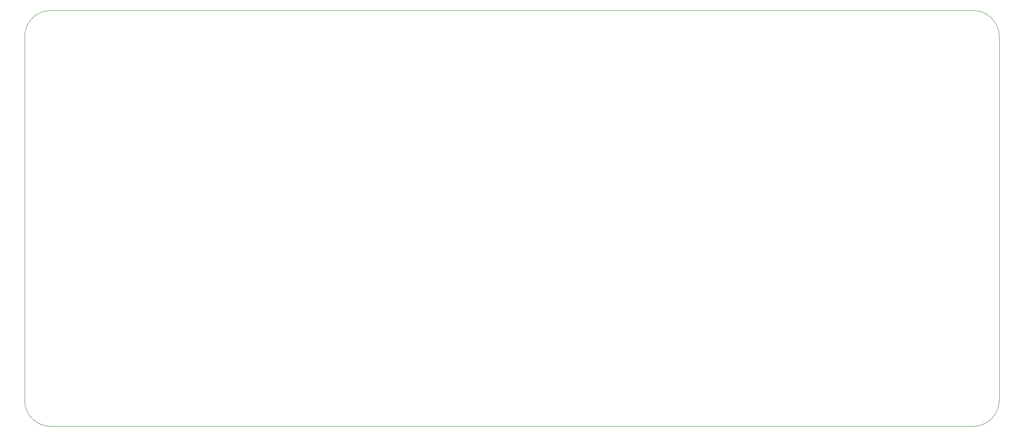
<source format=gbr>
%TF.GenerationSoftware,KiCad,Pcbnew,(6.0.9)*%
%TF.CreationDate,2023-01-28T03:07:56-08:00*%
%TF.ProjectId,GrowLight,47726f77-4c69-4676-9874-2e6b69636164,rev?*%
%TF.SameCoordinates,Original*%
%TF.FileFunction,Profile,NP*%
%FSLAX46Y46*%
G04 Gerber Fmt 4.6, Leading zero omitted, Abs format (unit mm)*
G04 Created by KiCad (PCBNEW (6.0.9)) date 2023-01-28 03:07:56*
%MOMM*%
%LPD*%
G01*
G04 APERTURE LIST*
%TA.AperFunction,Profile*%
%ADD10C,0.100000*%
%TD*%
G04 APERTURE END LIST*
D10*
X232410000Y-66421000D02*
X232410000Y-137541000D01*
X46990000Y-61341000D02*
X227330000Y-61341000D01*
X41910000Y-137541000D02*
X41910000Y-66421000D01*
X227330000Y-142621000D02*
X46990000Y-142621000D01*
X227330000Y-142621000D02*
G75*
G03*
X232410000Y-137541000I0J5080000D01*
G01*
X41910000Y-137541000D02*
G75*
G03*
X46990000Y-142621000I5080000J0D01*
G01*
X46990000Y-61341000D02*
G75*
G03*
X41910000Y-66421000I0J-5080000D01*
G01*
X232410000Y-66421000D02*
G75*
G03*
X227330000Y-61341000I-5080000J0D01*
G01*
M02*

</source>
